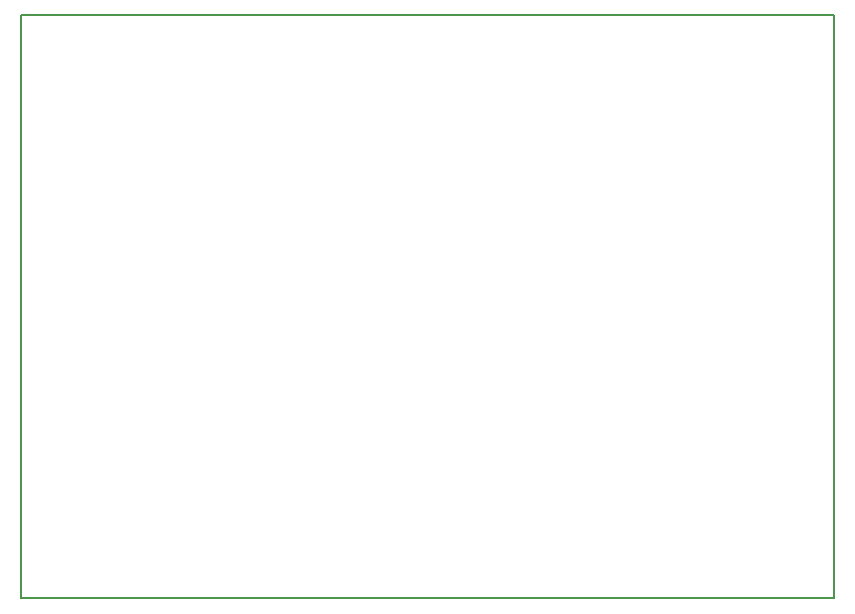
<source format=gbr>
G04 #@! TF.FileFunction,Profile,NP*
%FSLAX46Y46*%
G04 Gerber Fmt 4.6, Leading zero omitted, Abs format (unit mm)*
G04 Created by KiCad (PCBNEW 4.0.7) date 12/05/17 19:23:18*
%MOMM*%
%LPD*%
G01*
G04 APERTURE LIST*
%ADD10C,0.100000*%
%ADD11C,0.150000*%
G04 APERTURE END LIST*
D10*
D11*
X0Y0D02*
X0Y49400000D01*
X68800000Y0D02*
X0Y0D01*
X68800000Y49400000D02*
X68800000Y0D01*
X0Y49400000D02*
X68800000Y49400000D01*
M02*

</source>
